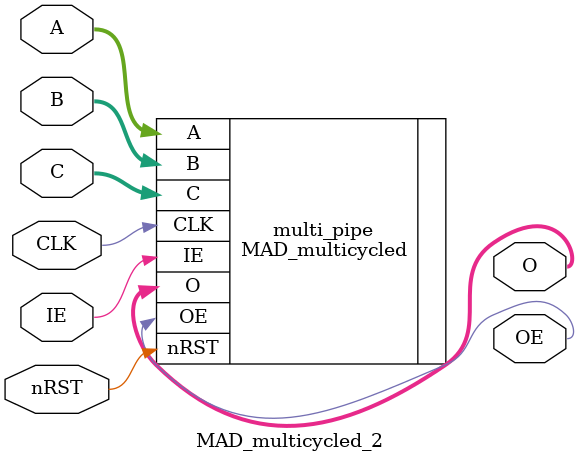
<source format=v>
`include "testdrive_system.vh"

module MAD_multicycled_2 (
	input					CLK,	// clock
	input					nRST,	// reset (active low)
	input					IE,		// input enable
	input	[63:0]			A,		// A
	input	[63:0]			B,		// B
	input	[63:0]			C,		// C
	output					OE,		// output enable
	output	[63:0]			O		// output
);

// definition & assignment ---------------------------------------------------

// implementation ------------------------------------------------------------
MAD_multicycled #(
	.CYCLE		(2)
) multi_pipe (
	.CLK		(CLK),
	.nRST		(nRST),
	.IE			(IE),
	.A			(A),
	.B			(B),
	.C			(C),
	.OE			(OE),
	.O			(O)
);

endmodule

</source>
